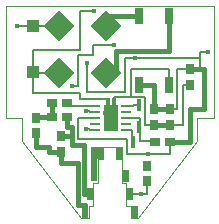
<source format=gbr>
%FSLAX23Y23*%
%MOIN*%
G04 EasyPC Gerber Version 16.0.6 Build 3249 *
%ADD18R,0.01200X0.03800*%
%ADD15R,0.01575X0.04000*%
%ADD13R,0.01969X0.03937*%
%ADD14R,0.01969X0.11811*%
%ADD20R,0.02800X0.03500*%
%ADD21R,0.02900X0.05400*%
%ADD16R,0.03937X0.04000*%
%ADD19R,0.05000X0.08500*%
%ADD88C,0.00394*%
%ADD17R,0.03400X0.00800*%
%ADD70R,0.03500X0.02800*%
%AMT71*0 Rectangle Pad at angle 45*21,1,0.07087,0.07087,0,0,45*%
%ADD71T71*%
%ADD23C,0.00787*%
%ADD24C,0.01500*%
%ADD22C,0.01575*%
X0Y0D02*
D02*
D13*
X266Y176D03*
X282Y236D03*
X315Y373D03*
X382D03*
X402Y295D03*
X416Y235D03*
X431Y176D03*
D02*
D14*
X296Y334D03*
D02*
D15*
X426Y409D03*
D03*
X445Y460D03*
Y531D03*
D02*
D16*
X91Y641D03*
Y795D03*
D02*
D17*
X299Y449D03*
Y468D03*
Y488D03*
Y508D03*
Y527D03*
X403Y449D03*
Y468D03*
Y488D03*
Y508D03*
Y527D03*
D02*
D18*
X339Y478D03*
X341Y540D03*
X361D03*
X361Y478D03*
D02*
D19*
X351Y488D03*
D02*
D70*
X156Y492D03*
Y539D03*
X207Y492D03*
Y539D03*
X499Y409D03*
X550D03*
D02*
D71*
X178Y637D03*
Y795D03*
X335Y637D03*
Y795D03*
D02*
D20*
X103Y439D03*
Y490D03*
X185Y376D03*
Y427D03*
X473Y277D03*
Y328D03*
X496Y466D03*
Y517D03*
X548Y466D03*
Y517D03*
X615Y600D03*
Y651D03*
D02*
D21*
X446Y597D03*
Y827D03*
X546Y597D03*
Y827D03*
D02*
D22*
X40Y795D03*
X91Y641D03*
X103Y439D02*
Y393D01*
X146*
Y376*
X185*
X221Y594D03*
X266Y176D02*
Y200D01*
X241*
Y338*
X185*
Y376*
X268Y452D03*
Y511D03*
X272Y673D03*
X296Y846D03*
X331Y504D03*
X363Y732D03*
X433Y689D03*
X446Y597D02*
X496D01*
Y555*
Y517*
X453Y236D03*
X477Y370D03*
Y598D03*
X496Y517D02*
X548D01*
Y466D02*
X496D01*
X615Y651D02*
X650D01*
X662*
Y519*
X615*
Y409*
X550*
X677Y708D03*
D02*
D23*
X91Y641D02*
Y571D01*
X248*
Y551*
X341*
Y540*
X91Y641D02*
Y716D01*
X248*
Y846*
X296*
X91Y795D02*
X40D01*
X178Y637D02*
X91D01*
Y641*
X178Y795D02*
X91D01*
X221Y594D02*
X244D01*
Y697*
X292*
Y732*
X363*
X299Y449D02*
X284D01*
Y452*
X268*
X299Y488D02*
X244D01*
Y417*
X406*
Y370*
X550*
Y409*
X299Y508D02*
X284D01*
Y511*
X268*
X299Y527D02*
X207D01*
Y539*
X403Y449D02*
X422D01*
Y425*
X426*
Y409*
X403Y488D02*
X449D01*
Y413*
X499*
Y409*
X403Y527D02*
X426D01*
Y531*
X445*
X416Y235D02*
X453D01*
Y236*
X418Y559D02*
Y653D01*
X546*
Y597*
X418Y559D02*
X361D01*
Y540*
X453Y236D02*
X473D01*
Y277*
X496Y466D02*
X465D01*
Y511*
Y527*
Y559*
X418*
X548Y466D02*
X591D01*
Y600*
X615*
X548Y517D02*
X571D01*
Y651*
X615*
X650D02*
Y689D01*
X398*
Y574*
X272*
Y673*
X650Y689D02*
Y708D01*
X677*
D02*
D24*
X156Y492D02*
Y539D01*
Y492D02*
X103D01*
Y490*
X185Y427D02*
X221D01*
Y429*
X207Y492D02*
Y460D01*
X221*
Y429*
Y397*
X264*
Y236*
X282*
X446Y827D02*
X335D01*
Y795*
X546Y827D02*
Y712D01*
X370*
Y637*
X335*
D02*
D88*
X695Y785D02*
Y863D01*
X2*
Y489*
X57*
Y411*
X254Y155*
X278*
Y194*
X293*
Y273*
X309*
Y352*
X327*
Y391*
X370*
Y352*
X388*
Y273*
X404*
Y194*
X419*
Y155*
X443*
X640Y411*
Y489*
X695*
Y785*
X1000Y464D02*
X0Y0*
M02*

</source>
